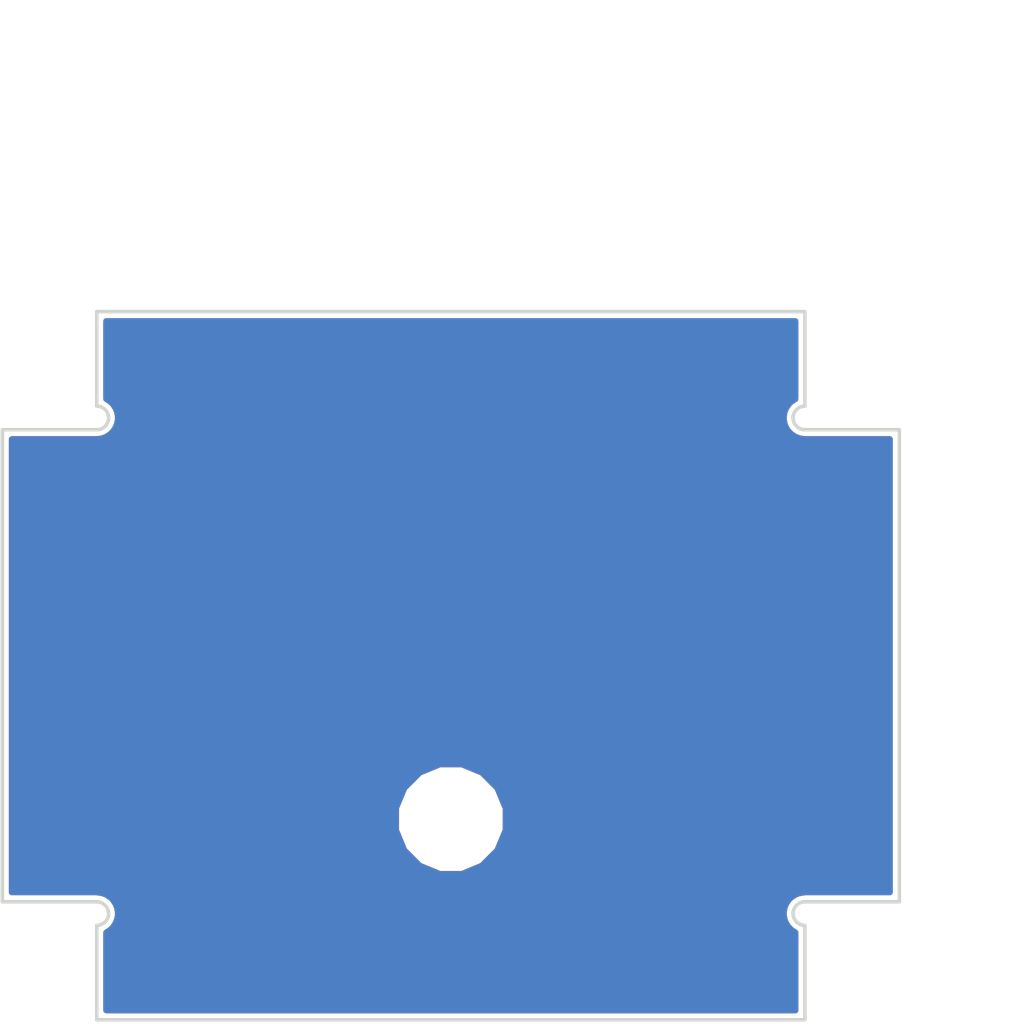
<source format=kicad_pcb>
(kicad_pcb (version 4) (host pcbnew "(2016-01-25 BZR 6514, Git a23e712)-product")

  (general
    (links 0)
    (no_connects 0)
    (area 85.9 57.15 133 100.200001)
    (thickness 1.6)
    (drawings 19)
    (tracks 0)
    (zones 0)
    (modules 1)
    (nets 1)
  )

  (page A4)
  (layers
    (0 F.Cu signal)
    (31 B.Cu signal)
    (32 B.Adhes user)
    (33 F.Adhes user)
    (34 B.Paste user)
    (35 F.Paste user)
    (36 B.SilkS user)
    (37 F.SilkS user)
    (38 B.Mask user)
    (39 F.Mask user)
    (40 Dwgs.User user)
    (41 Cmts.User user)
    (42 Eco1.User user)
    (43 Eco2.User user)
    (44 Edge.Cuts user)
    (45 Margin user)
    (46 B.CrtYd user)
    (47 F.CrtYd user)
    (48 B.Fab user)
    (49 F.Fab user)
  )

  (setup
    (last_trace_width 0.25)
    (trace_clearance 0.2)
    (zone_clearance 0.2)
    (zone_45_only no)
    (trace_min 0.2)
    (segment_width 0.2)
    (edge_width 0.15)
    (via_size 0.6)
    (via_drill 0.4)
    (via_min_size 0.4)
    (via_min_drill 0.3)
    (uvia_size 0.3)
    (uvia_drill 0.1)
    (uvias_allowed no)
    (uvia_min_size 0.2)
    (uvia_min_drill 0.1)
    (pcb_text_width 0.3)
    (pcb_text_size 1.5 1.5)
    (mod_edge_width 0.15)
    (mod_text_size 1 1)
    (mod_text_width 0.15)
    (pad_size 1.524 1.524)
    (pad_drill 0.762)
    (pad_to_mask_clearance 0.2)
    (aux_axis_origin 105 91.5)
    (visible_elements FFFFFF7F)
    (pcbplotparams
      (layerselection 0x000f0_ffffffff)
      (usegerberextensions true)
      (excludeedgelayer false)
      (linewidth 0.100000)
      (plotframeref false)
      (viasonmask false)
      (mode 1)
      (useauxorigin true)
      (hpglpennumber 1)
      (hpglpenspeed 20)
      (hpglpendiameter 15)
      (hpglpenoverlay 2)
      (psnegative false)
      (psa4output false)
      (plotreference true)
      (plotvalue true)
      (plotinvisibletext false)
      (padsonsilk false)
      (subtractmaskfromsilk false)
      (outputformat 1)
      (mirror false)
      (drillshape 0)
      (scaleselection 1)
      (outputdirectory ditos-pinhole-4mm-gerbers-20160908-2))
  )

  (net 0 "")

  (net_class Default "This is the default net class."
    (clearance 0.2)
    (trace_width 0.25)
    (via_dia 0.6)
    (via_drill 0.4)
    (uvia_dia 0.3)
    (uvia_drill 0.1)
  )

  (module hole-4mm:pinhole-4mm (layer F.Cu) (tedit 57D14F8F) (tstamp 57D14FBB)
    (at 105 91.5)
    (path /57D052FD)
    (fp_text reference P1 (at 1.27 2.54) (layer F.SilkS) hide
      (effects (font (size 1 1) (thickness 0.15)))
    )
    (fp_text value CONN_01X01 (at 0 -3.81) (layer F.Fab)
      (effects (font (size 1 1) (thickness 0.15)))
    )
    (pad "" np_thru_hole circle (at 0 0) (size 4 4) (drill 4) (layers *.Cu)
      (zone_connect 2))
  )

  (dimension 8.5 (width 0.3) (layer Eco1.User)
    (gr_text "8.500 mm" (at 110.85 95.75 90) (layer Eco1.User)
      (effects (font (size 1.5 1.5) (thickness 0.3)))
    )
    (feature1 (pts (xy 105 91.5) (xy 112.2 91.5)))
    (feature2 (pts (xy 105 100) (xy 112.2 100)))
    (crossbar (pts (xy 109.5 100) (xy 109.5 91.5)))
    (arrow1a (pts (xy 109.5 91.5) (xy 110.086421 92.626504)))
    (arrow1b (pts (xy 109.5 91.5) (xy 108.913579 92.626504)))
    (arrow2a (pts (xy 109.5 100) (xy 110.086421 98.873496)))
    (arrow2b (pts (xy 109.5 100) (xy 108.913579 98.873496)))
  )
  (gr_line (start 90 96) (end 90 100) (layer Edge.Cuts) (width 0.15))
  (gr_line (start 90 70) (end 90 74) (layer Edge.Cuts) (width 0.15))
  (gr_line (start 120 74) (end 120 70) (layer Edge.Cuts) (width 0.15))
  (gr_line (start 120 96) (end 120 100) (layer Edge.Cuts) (width 0.15))
  (gr_arc (start 120 95.5) (end 120 96) (angle 180) (layer Edge.Cuts) (width 0.15))
  (gr_arc (start 120 74.5) (end 120 75) (angle 180) (layer Edge.Cuts) (width 0.15))
  (gr_arc (start 90 74.5) (end 90 74) (angle 180) (layer Edge.Cuts) (width 0.15))
  (gr_arc (start 90 95.5) (end 90 95) (angle 180) (layer Edge.Cuts) (width 0.15))
  (gr_line (start 86 95) (end 90 95) (layer Edge.Cuts) (width 0.15))
  (gr_line (start 86 75) (end 90 75) (layer Edge.Cuts) (width 0.15))
  (gr_line (start 124 75) (end 120 75) (layer Edge.Cuts) (width 0.15))
  (gr_line (start 124 95) (end 120 95) (layer Edge.Cuts) (width 0.15))
  (gr_line (start 124 75) (end 124 95) (layer Edge.Cuts) (width 0.15))
  (gr_line (start 86 75) (end 86 95) (layer Edge.Cuts) (width 0.15))
  (gr_line (start 120 100) (end 90 100) (layer Edge.Cuts) (width 0.15))
  (gr_line (start 90 70) (end 120 70) (layer Edge.Cuts) (width 0.15))
  (dimension 30 (width 0.3) (layer Eco1.User)
    (gr_text "30.000 mm" (at 126.35 85 270) (layer Eco1.User)
      (effects (font (size 1.5 1.5) (thickness 0.3)))
    )
    (feature1 (pts (xy 120 100) (xy 127.7 100)))
    (feature2 (pts (xy 120 70) (xy 127.7 70)))
    (crossbar (pts (xy 125 70) (xy 125 100)))
    (arrow1a (pts (xy 125 100) (xy 124.413579 98.873496)))
    (arrow1b (pts (xy 125 100) (xy 125.586421 98.873496)))
    (arrow2a (pts (xy 125 70) (xy 124.413579 71.126504)))
    (arrow2b (pts (xy 125 70) (xy 125.586421 71.126504)))
  )
  (dimension 30 (width 0.3) (layer Eco1.User)
    (gr_text "30.000 mm" (at 105 58.65) (layer Eco1.User)
      (effects (font (size 1.5 1.5) (thickness 0.3)))
    )
    (feature1 (pts (xy 120 70) (xy 120 57.3)))
    (feature2 (pts (xy 90 70) (xy 90 57.3)))
    (crossbar (pts (xy 90 60) (xy 120 60)))
    (arrow1a (pts (xy 120 60) (xy 118.873496 60.586421)))
    (arrow1b (pts (xy 120 60) (xy 118.873496 59.413579)))
    (arrow2a (pts (xy 90 60) (xy 91.126504 60.586421)))
    (arrow2b (pts (xy 90 60) (xy 91.126504 59.413579)))
  )

  (zone (net 0) (net_name "") (layer B.Cu) (tstamp 0) (hatch edge 0.508)
    (connect_pads (clearance 0.2))
    (min_thickness 0.254)
    (fill yes (arc_segments 16) (thermal_gap 0.508) (thermal_bridge_width 0.508))
    (polygon
      (pts
        (xy 90 69.9) (xy 120.2 69.9) (xy 120.2 74.2) (xy 119.8 74.3) (xy 119.8 74.8)
        (xy 124.3 74.8) (xy 124.3 95.2) (xy 120 95.1) (xy 119.8 95.7) (xy 120.3 95.898618)
        (xy 120.3 100.1) (xy 89.9 100.2) (xy 90 95.9) (xy 90.4 95.8) (xy 90.4 95.2)
        (xy 85.9 95.2) (xy 85.9 74.9) (xy 90.3 74.8) (xy 90.3 74.3) (xy 89.9 74.1)
      )
    )
    (filled_polygon
      (pts
        (xy 119.598 73.698556) (xy 119.585322 73.703808) (xy 119.585317 73.70381) (xy 119.423106 73.812197) (xy 119.367652 73.867652)
        (xy 119.312197 73.923106) (xy 119.20381 74.085317) (xy 119.203809 74.085318) (xy 119.190899 74.116486) (xy 119.143784 74.23023)
        (xy 119.143784 74.230232) (xy 119.105724 74.421572) (xy 119.105724 74.578426) (xy 119.143784 74.769768) (xy 119.143784 74.76977)
        (xy 119.170494 74.834252) (xy 119.203809 74.914682) (xy 119.20381 74.914683) (xy 119.312197 75.076894) (xy 119.367652 75.132348)
        (xy 119.423106 75.187803) (xy 119.585317 75.29619) (xy 119.585319 75.296191) (xy 119.61018 75.306489) (xy 119.73023 75.356216)
        (xy 119.730232 75.356216) (xy 119.921575 75.394276) (xy 119.961168 75.394276) (xy 120 75.402) (xy 123.598 75.402)
        (xy 123.598 94.598) (xy 120 94.598) (xy 119.961168 94.605724) (xy 119.921575 94.605724) (xy 119.730232 94.643784)
        (xy 119.73023 94.643784) (xy 119.61018 94.693511) (xy 119.585322 94.703808) (xy 119.585317 94.70381) (xy 119.423106 94.812197)
        (xy 119.367652 94.867652) (xy 119.312197 94.923106) (xy 119.20381 95.085317) (xy 119.203809 95.085318) (xy 119.190899 95.116486)
        (xy 119.143784 95.23023) (xy 119.143784 95.230232) (xy 119.105724 95.421572) (xy 119.105724 95.578426) (xy 119.143784 95.769768)
        (xy 119.143784 95.76977) (xy 119.170494 95.834252) (xy 119.203809 95.914682) (xy 119.20381 95.914683) (xy 119.312197 96.076894)
        (xy 119.367652 96.132348) (xy 119.423106 96.187803) (xy 119.585317 96.29619) (xy 119.585319 96.296191) (xy 119.598 96.301444)
        (xy 119.598 99.598) (xy 90.402 99.598) (xy 90.402 96.301444) (xy 90.414682 96.296191) (xy 90.414683 96.29619)
        (xy 90.576894 96.187803) (xy 90.632348 96.132348) (xy 90.687803 96.076894) (xy 90.79619 95.914683) (xy 90.856216 95.76977)
        (xy 90.856216 95.769768) (xy 90.894276 95.578425) (xy 90.894276 95.421573) (xy 90.894275 95.421571) (xy 90.856216 95.230232)
        (xy 90.856216 95.23023) (xy 90.79619 95.085317) (xy 90.687803 94.923106) (xy 90.632348 94.867652) (xy 90.576894 94.812197)
        (xy 90.414683 94.70381) (xy 90.414682 94.703809) (xy 90.322797 94.665749) (xy 90.26977 94.643784) (xy 90.269768 94.643784)
        (xy 90.078426 94.605724) (xy 90.038832 94.605724) (xy 90 94.598) (xy 86.402 94.598) (xy 86.402 91.960838)
        (xy 102.672597 91.960838) (xy 103.026115 92.816418) (xy 103.680139 93.471585) (xy 104.5351 93.826596) (xy 105.460838 93.827403)
        (xy 106.316418 93.473885) (xy 106.971585 92.819861) (xy 107.326596 91.9649) (xy 107.327403 91.039162) (xy 106.973885 90.183582)
        (xy 106.319861 89.528415) (xy 105.4649 89.173404) (xy 104.539162 89.172597) (xy 103.683582 89.526115) (xy 103.028415 90.180139)
        (xy 102.673404 91.0351) (xy 102.672597 91.960838) (xy 86.402 91.960838) (xy 86.402 75.402) (xy 90 75.402)
        (xy 90.038832 75.394276) (xy 90.078426 75.394276) (xy 90.269768 75.356216) (xy 90.26977 75.356216) (xy 90.354658 75.321054)
        (xy 90.414682 75.296191) (xy 90.414683 75.29619) (xy 90.576894 75.187803) (xy 90.632348 75.132348) (xy 90.687803 75.076894)
        (xy 90.79619 74.914683) (xy 90.856216 74.76977) (xy 90.856216 74.769768) (xy 90.894276 74.578425) (xy 90.894276 74.421573)
        (xy 90.894275 74.421571) (xy 90.856216 74.230232) (xy 90.856216 74.23023) (xy 90.79619 74.085317) (xy 90.687803 73.923106)
        (xy 90.632348 73.867652) (xy 90.576894 73.812197) (xy 90.414683 73.70381) (xy 90.414682 73.703809) (xy 90.402 73.698556)
        (xy 90.402 70.402) (xy 119.598 70.402)
      )
    )
  )
  (zone (net 0) (net_name "") (layer F.Cu) (tstamp 57D15A2E) (hatch edge 0.508)
    (connect_pads (clearance 0.2))
    (min_thickness 0.254)
    (fill yes (arc_segments 16) (thermal_gap 0.508) (thermal_bridge_width 0.508))
    (polygon
      (pts
        (xy 90 69.9) (xy 120.2 69.9) (xy 120.2 74.2) (xy 119.8 74.3) (xy 119.8 74.8)
        (xy 124.3 74.8) (xy 124.3 95.2) (xy 120 95.1) (xy 119.8 95.7) (xy 120.3 95.898618)
        (xy 120.3 100.1) (xy 89.9 100.2) (xy 90 95.9) (xy 90.4 95.8) (xy 90.4 95.2)
        (xy 85.9 95.2) (xy 85.9 74.9) (xy 90.3 74.8) (xy 90.3 74.3) (xy 89.9 74.1)
      )
    )
    (filled_polygon
      (pts
        (xy 119.598 73.698556) (xy 119.585322 73.703808) (xy 119.585317 73.70381) (xy 119.423106 73.812197) (xy 119.367652 73.867652)
        (xy 119.312197 73.923106) (xy 119.20381 74.085317) (xy 119.203809 74.085318) (xy 119.190899 74.116486) (xy 119.143784 74.23023)
        (xy 119.143784 74.230232) (xy 119.105724 74.421572) (xy 119.105724 74.578426) (xy 119.143784 74.769768) (xy 119.143784 74.76977)
        (xy 119.170494 74.834252) (xy 119.203809 74.914682) (xy 119.20381 74.914683) (xy 119.312197 75.076894) (xy 119.367652 75.132348)
        (xy 119.423106 75.187803) (xy 119.585317 75.29619) (xy 119.585319 75.296191) (xy 119.61018 75.306489) (xy 119.73023 75.356216)
        (xy 119.730232 75.356216) (xy 119.921575 75.394276) (xy 119.961168 75.394276) (xy 120 75.402) (xy 123.598 75.402)
        (xy 123.598 94.598) (xy 120 94.598) (xy 119.961168 94.605724) (xy 119.921575 94.605724) (xy 119.730232 94.643784)
        (xy 119.73023 94.643784) (xy 119.61018 94.693511) (xy 119.585322 94.703808) (xy 119.585317 94.70381) (xy 119.423106 94.812197)
        (xy 119.367652 94.867652) (xy 119.312197 94.923106) (xy 119.20381 95.085317) (xy 119.203809 95.085318) (xy 119.190899 95.116486)
        (xy 119.143784 95.23023) (xy 119.143784 95.230232) (xy 119.105724 95.421572) (xy 119.105724 95.578426) (xy 119.143784 95.769768)
        (xy 119.143784 95.76977) (xy 119.170494 95.834252) (xy 119.203809 95.914682) (xy 119.20381 95.914683) (xy 119.312197 96.076894)
        (xy 119.367652 96.132348) (xy 119.423106 96.187803) (xy 119.585317 96.29619) (xy 119.585319 96.296191) (xy 119.598 96.301444)
        (xy 119.598 99.598) (xy 90.402 99.598) (xy 90.402 96.301444) (xy 90.414682 96.296191) (xy 90.414683 96.29619)
        (xy 90.576894 96.187803) (xy 90.632348 96.132348) (xy 90.687803 96.076894) (xy 90.79619 95.914683) (xy 90.856216 95.76977)
        (xy 90.856216 95.769768) (xy 90.894276 95.578425) (xy 90.894276 95.421573) (xy 90.894275 95.421571) (xy 90.856216 95.230232)
        (xy 90.856216 95.23023) (xy 90.79619 95.085317) (xy 90.687803 94.923106) (xy 90.632348 94.867652) (xy 90.576894 94.812197)
        (xy 90.414683 94.70381) (xy 90.414682 94.703809) (xy 90.322797 94.665749) (xy 90.26977 94.643784) (xy 90.269768 94.643784)
        (xy 90.078426 94.605724) (xy 90.038832 94.605724) (xy 90 94.598) (xy 86.402 94.598) (xy 86.402 91.960838)
        (xy 102.672597 91.960838) (xy 103.026115 92.816418) (xy 103.680139 93.471585) (xy 104.5351 93.826596) (xy 105.460838 93.827403)
        (xy 106.316418 93.473885) (xy 106.971585 92.819861) (xy 107.326596 91.9649) (xy 107.327403 91.039162) (xy 106.973885 90.183582)
        (xy 106.319861 89.528415) (xy 105.4649 89.173404) (xy 104.539162 89.172597) (xy 103.683582 89.526115) (xy 103.028415 90.180139)
        (xy 102.673404 91.0351) (xy 102.672597 91.960838) (xy 86.402 91.960838) (xy 86.402 75.402) (xy 90 75.402)
        (xy 90.038832 75.394276) (xy 90.078426 75.394276) (xy 90.269768 75.356216) (xy 90.26977 75.356216) (xy 90.354658 75.321054)
        (xy 90.414682 75.296191) (xy 90.414683 75.29619) (xy 90.576894 75.187803) (xy 90.632348 75.132348) (xy 90.687803 75.076894)
        (xy 90.79619 74.914683) (xy 90.856216 74.76977) (xy 90.856216 74.769768) (xy 90.894276 74.578425) (xy 90.894276 74.421573)
        (xy 90.894275 74.421571) (xy 90.856216 74.230232) (xy 90.856216 74.23023) (xy 90.79619 74.085317) (xy 90.687803 73.923106)
        (xy 90.632348 73.867652) (xy 90.576894 73.812197) (xy 90.414683 73.70381) (xy 90.414682 73.703809) (xy 90.402 73.698556)
        (xy 90.402 70.402) (xy 119.598 70.402)
      )
    )
  )
)

</source>
